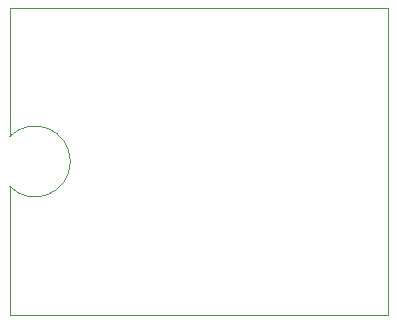
<source format=gbr>
%TF.GenerationSoftware,KiCad,Pcbnew,8.0.7*%
%TF.CreationDate,2025-01-07T22:37:39-03:00*%
%TF.ProjectId,organator,6f726761-6e61-4746-9f72-2e6b69636164,rev?*%
%TF.SameCoordinates,Original*%
%TF.FileFunction,Profile,NP*%
%FSLAX46Y46*%
G04 Gerber Fmt 4.6, Leading zero omitted, Abs format (unit mm)*
G04 Created by KiCad (PCBNEW 8.0.7) date 2025-01-07 22:37:39*
%MOMM*%
%LPD*%
G01*
G04 APERTURE LIST*
%TA.AperFunction,Profile*%
%ADD10C,0.050000*%
%TD*%
G04 APERTURE END LIST*
D10*
X103500000Y-112625288D02*
X103500000Y-113250000D01*
X103500001Y-108000000D02*
X103500001Y-97500000D01*
X135500000Y-123500000D02*
X103500000Y-123500000D01*
X103500001Y-108000000D02*
X103500001Y-108374712D01*
X103500000Y-123500000D02*
X103500000Y-113250000D01*
X135500000Y-97500000D02*
X135500000Y-123500000D01*
X103500000Y-108374712D02*
G75*
G02*
X103500000Y-112625288I2125300J-2125288D01*
G01*
X103500001Y-97500000D02*
X135500000Y-97500000D01*
M02*

</source>
